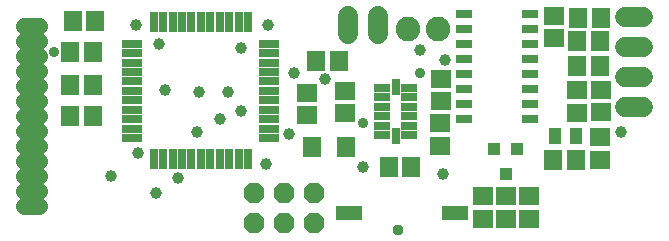
<source format=gts>
G75*
%MOIN*%
%OFA0B0*%
%FSLAX25Y25*%
%IPPOS*%
%LPD*%
%AMOC8*
5,1,8,0,0,1.08239X$1,22.5*
%
%ADD10R,0.05918X0.06706*%
%ADD11R,0.06706X0.05918*%
%ADD12R,0.06312X0.07099*%
%ADD13R,0.02769X0.06706*%
%ADD14R,0.06706X0.02769*%
%ADD15OC8,0.06800*%
%ADD16R,0.05224X0.02769*%
%ADD17R,0.02769X0.05224*%
%ADD18C,0.05556*%
%ADD19C,0.06800*%
%ADD20R,0.08700X0.05100*%
%ADD21R,0.05524X0.03162*%
%ADD22R,0.03950X0.04343*%
%ADD23C,0.08200*%
%ADD24R,0.03950X0.05524*%
%ADD25C,0.03600*%
%ADD26C,0.03900*%
%ADD27C,0.03700*%
D10*
X0039122Y0050968D03*
X0046602Y0050968D03*
X0046594Y0061187D03*
X0039114Y0061187D03*
X0039114Y0072111D03*
X0046594Y0072111D03*
X0047396Y0082430D03*
X0039915Y0082430D03*
X0121104Y0069306D03*
X0128585Y0069306D03*
X0199990Y0036143D03*
X0207470Y0036143D03*
X0152741Y0034040D03*
X0145261Y0034040D03*
X0208002Y0067628D03*
X0215482Y0067628D03*
X0215575Y0075761D03*
X0208094Y0075761D03*
X0208440Y0083422D03*
X0215920Y0083422D03*
D11*
X0200280Y0084362D03*
X0200280Y0076882D03*
X0162480Y0063362D03*
X0162480Y0055882D03*
X0162325Y0048430D03*
X0162325Y0040949D03*
X0130649Y0051715D03*
X0118039Y0051052D03*
X0118039Y0058533D03*
X0130649Y0059196D03*
X0207849Y0059468D03*
X0215812Y0059556D03*
X0215812Y0052075D03*
X0207849Y0051988D03*
X0215680Y0043762D03*
X0215680Y0036282D03*
X0191880Y0024162D03*
X0184180Y0024162D03*
X0176480Y0024162D03*
X0176480Y0016682D03*
X0184180Y0016682D03*
X0191880Y0016682D03*
D12*
X0130793Y0040399D03*
X0119770Y0040399D03*
D13*
X0098330Y0036393D03*
X0095180Y0036393D03*
X0092031Y0036393D03*
X0088881Y0036393D03*
X0085732Y0036393D03*
X0082582Y0036393D03*
X0079432Y0036393D03*
X0076283Y0036393D03*
X0073133Y0036393D03*
X0069984Y0036393D03*
X0066834Y0036393D03*
X0066834Y0082062D03*
X0069984Y0082062D03*
X0073133Y0082062D03*
X0076283Y0082062D03*
X0079432Y0082062D03*
X0082582Y0082062D03*
X0085732Y0082062D03*
X0088881Y0082062D03*
X0092031Y0082062D03*
X0095180Y0082062D03*
X0098330Y0082062D03*
D14*
X0105417Y0074976D03*
X0105417Y0071826D03*
X0105417Y0068677D03*
X0105417Y0065527D03*
X0105417Y0062377D03*
X0105417Y0059228D03*
X0105417Y0056078D03*
X0105417Y0052929D03*
X0105417Y0049779D03*
X0105417Y0046629D03*
X0105417Y0043480D03*
X0059747Y0043480D03*
X0059747Y0046629D03*
X0059747Y0049779D03*
X0059747Y0052929D03*
X0059747Y0056078D03*
X0059747Y0059228D03*
X0059747Y0062377D03*
X0059747Y0065527D03*
X0059747Y0068677D03*
X0059747Y0071826D03*
X0059747Y0074976D03*
D15*
X0100406Y0025167D03*
X0110406Y0025167D03*
X0120406Y0025167D03*
X0120406Y0015167D03*
X0110406Y0015167D03*
X0100406Y0015167D03*
D16*
X0143060Y0044447D03*
X0143060Y0047596D03*
X0143060Y0050746D03*
X0143060Y0053895D03*
X0143060Y0057045D03*
X0143060Y0060195D03*
X0152021Y0060195D03*
X0152021Y0057045D03*
X0152021Y0053895D03*
X0152021Y0050746D03*
X0152021Y0047596D03*
X0151991Y0044447D03*
D17*
X0147540Y0044053D03*
X0147540Y0060588D03*
D18*
X0028471Y0020957D02*
X0023715Y0020957D01*
X0023715Y0025957D02*
X0028471Y0025957D01*
X0028471Y0030957D02*
X0023715Y0030957D01*
X0023715Y0035957D02*
X0028471Y0035957D01*
X0028471Y0040957D02*
X0023715Y0040957D01*
X0023715Y0045957D02*
X0028471Y0045957D01*
X0028471Y0050957D02*
X0023715Y0050957D01*
X0023715Y0055957D02*
X0028471Y0055957D01*
X0028471Y0060957D02*
X0023715Y0060957D01*
X0023715Y0065957D02*
X0028471Y0065957D01*
X0028471Y0070957D02*
X0023715Y0070957D01*
X0023715Y0075957D02*
X0028471Y0075957D01*
X0028471Y0080957D02*
X0023715Y0080957D01*
D19*
X0131679Y0078177D02*
X0131679Y0084177D01*
X0141679Y0084177D02*
X0141679Y0078177D01*
X0223880Y0073722D02*
X0229880Y0073722D01*
X0229880Y0083722D02*
X0223880Y0083722D01*
X0223880Y0063722D02*
X0229880Y0063722D01*
X0229880Y0053722D02*
X0223880Y0053722D01*
D20*
X0167388Y0018551D03*
X0131988Y0018551D03*
D21*
X0170356Y0049822D03*
X0170356Y0054822D03*
X0170356Y0059822D03*
X0170356Y0064822D03*
X0170356Y0069822D03*
X0170356Y0074822D03*
X0170356Y0079822D03*
X0170356Y0084822D03*
X0192404Y0084822D03*
X0192404Y0079822D03*
X0192404Y0074822D03*
X0192404Y0069822D03*
X0192404Y0064822D03*
X0192404Y0059822D03*
X0192404Y0054822D03*
X0192404Y0049822D03*
D22*
X0187920Y0039759D03*
X0180440Y0039759D03*
X0184180Y0031491D03*
D23*
X0161780Y0079922D03*
X0151780Y0079922D03*
D24*
X0200656Y0044178D03*
X0207743Y0044178D03*
D25*
X0155480Y0065222D03*
X0136580Y0048422D03*
X0033680Y0072222D03*
D26*
X0060980Y0081322D03*
X0068680Y0075022D03*
X0095980Y0073622D03*
X0105080Y0081322D03*
X0113480Y0065222D03*
X0123980Y0063122D03*
X0095980Y0052622D03*
X0088980Y0049822D03*
X0081280Y0045622D03*
X0061680Y0038622D03*
X0052580Y0030922D03*
X0067680Y0025122D03*
X0074980Y0030222D03*
X0104380Y0034722D03*
X0112080Y0044922D03*
X0136580Y0033722D03*
X0163180Y0031622D03*
X0222680Y0045622D03*
X0163880Y0069422D03*
X0155480Y0072922D03*
X0091780Y0058922D03*
X0081980Y0058922D03*
X0070780Y0059622D03*
D27*
X0148412Y0012972D03*
M02*

</source>
